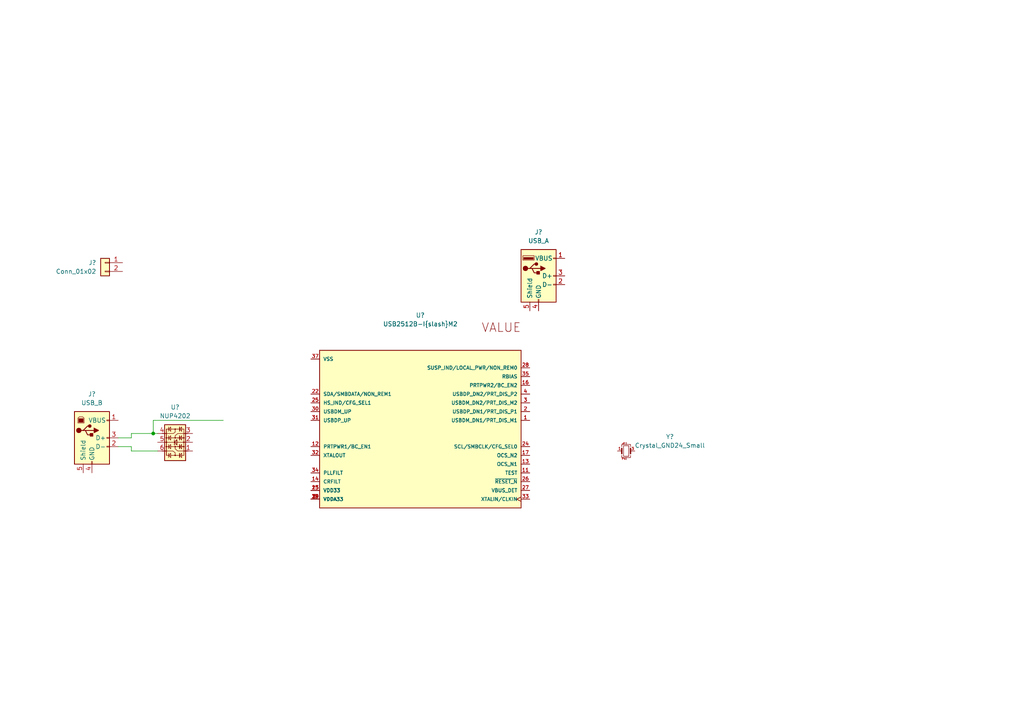
<source format=kicad_sch>
(kicad_sch (version 20211123) (generator eeschema)
  (paper "A4")
  (lib_symbols
    (symbol "Connector:USB_A" (pin_names (offset 1.016))
      (property "Reference" "J" (at -5.08 11.43 0))
      (property "Value" "USB_A" (at -5.08 8.89 0))
      (symbol "USB_A_0_1"
        (rectangle (start -5.08 -7.62) (end 5.08 7.62) (stroke (width 0.254)) (fill (type background)))
        (circle (center -3.81 2.159) (radius 0.635) (stroke (width 0.254)) (fill (type outline)))
        (rectangle (start -1.524 4.826) (end -4.318 5.334) (fill (type outline)))
        (rectangle (start -1.27 4.572) (end -4.572 5.842))
        (circle (center -0.635 3.429) (radius 0.381) (stroke (width 0.254)) (fill (type outline)))
        (rectangle (start -0.127 -7.62) (end 0.127 -6.858))
        (polyline (pts (xy -3.175 2.159) (xy -2.54 2.159) (xy -1.27 3.429) (xy -0.635 3.429)) (stroke (width 0.254)))
        (polyline (pts (xy -2.54 2.159) (xy -1.905 2.159) (xy -1.27 0.889) (xy 0 0.889)) (stroke (width 0.254)))
        (polyline (pts (xy 0.635 2.794) (xy 0.635 1.524) (xy 1.905 2.159) (xy 0.635 2.794)) (stroke (width 0.254)) (fill (type outline)))
        (rectangle (start 0.254 1.27) (end -0.508 0.508) (stroke (width 0.254)) (fill (type outline)))
        (rectangle (start 5.08 -2.667) (end 4.318 -2.413))
        (rectangle (start 5.08 -0.127) (end 4.318 0.127))
        (rectangle (start 5.08 4.953) (end 4.318 5.207))
      )
      (symbol "USB_A_1_1"
        (polyline (pts (xy -1.905 2.159) (xy 0.635 2.159)) (stroke (width 0.254)))
        (pin power_in line (at 7.62 5.08 180) (length 2.54) (name "VBUS") (number "1"))
        (pin bidirectional line (at 7.62 -2.54 180) (length 2.54) (name "D-") (number "2"))
        (pin bidirectional line (at 7.62 0 180) (length 2.54) (name "D+") (number "3"))
        (pin power_in line (at 0 -10.16 90) (length 2.54) (name "GND") (number "4"))
        (pin passive line (at -2.54 -10.16 90) (length 2.54) (name "Shield") (number "5"))
      )
    )
    (symbol "Connector:USB_B" (pin_names (offset 1.016))
      (property "Reference" "J" (at -5.08 11.43 0))
      (property "Value" "USB_B" (at -5.08 8.89 0))
      (symbol "USB_B_0_1"
        (rectangle (start -5.08 -7.62) (end 5.08 7.62) (stroke (width 0.254)) (fill (type background)))
        (circle (center -3.81 2.159) (radius 0.635) (stroke (width 0.254)) (fill (type outline)))
        (rectangle (start -3.81 5.588) (end -2.54 4.572) (fill (type outline)))
        (circle (center -0.635 3.429) (radius 0.381) (stroke (width 0.254)) (fill (type outline)))
        (rectangle (start -0.127 -7.62) (end 0.127 -6.858))
        (polyline (pts (xy -1.905 2.159) (xy 0.635 2.159)) (stroke (width 0.254)))
        (polyline (pts (xy -3.175 2.159) (xy -2.54 2.159) (xy -1.27 3.429) (xy -0.635 3.429)) (stroke (width 0.254)))
        (polyline (pts (xy -2.54 2.159) (xy -1.905 2.159) (xy -1.27 0.889) (xy 0 0.889)) (stroke (width 0.254)))
        (polyline (pts (xy 0.635 2.794) (xy 0.635 1.524) (xy 1.905 2.159) (xy 0.635 2.794)) (stroke (width 0.254)) (fill (type outline)))
        (polyline (pts (xy -4.064 4.318) (xy -2.286 4.318) (xy -2.286 5.715) (xy -2.667 6.096) (xy -3.683 6.096) (xy -4.064 5.715) (xy -4.064 4.318)))
        (rectangle (start 0.254 1.27) (end -0.508 0.508) (stroke (width 0.254)) (fill (type outline)))
        (rectangle (start 5.08 -2.667) (end 4.318 -2.413))
        (rectangle (start 5.08 -0.127) (end 4.318 0.127))
        (rectangle (start 5.08 4.953) (end 4.318 5.207))
      )
      (symbol "USB_B_1_1"
        (pin power_out line (at 7.62 5.08 180) (length 2.54) (name "VBUS") (number "1"))
        (pin bidirectional line (at 7.62 -2.54 180) (length 2.54) (name "D-") (number "2"))
        (pin bidirectional line (at 7.62 0 180) (length 2.54) (name "D+") (number "3"))
        (pin power_out line (at 0 -10.16 90) (length 2.54) (name "GND") (number "4"))
        (pin passive line (at -2.54 -10.16 90) (length 2.54) (name "Shield") (number "5"))
      )
    )
    (symbol "Connector_Generic:Conn_01x02" (pin_names (offset 1.016) hide)
      (property "Reference" "J" (at 0 2.54 0))
      (property "Value" "Conn_01x02" (at 0 -5.08 0))
      (symbol "Conn_01x02_1_1"
        (rectangle (start -1.27 -2.413) (end 0 -2.667) (stroke (width 0.1524)))
        (rectangle (start -1.27 0.127) (end 0 -0.127) (stroke (width 0.1524)))
        (rectangle (start -1.27 1.27) (end 1.27 -3.81) (stroke (width 0.254)) (fill (type background)))
        (pin passive line (at -5.08 0 0) (length 3.81) (name "Pin_1") (number "1"))
        (pin passive line (at -5.08 -2.54 0) (length 3.81) (name "Pin_2") (number "2"))
      )
    )
    (symbol "Device:Crystal_GND24_Small" (pin_names (offset 1.016) hide)
      (property "Reference" "Y" (at 1.27 4.445 0))
      (property "Value" "Crystal_GND24_Small" (at 1.27 2.54 0))
      (symbol "Crystal_GND24_Small_0_1"
        (rectangle (start -0.762 -1.524) (end 0.762 1.524))
        (polyline (pts (xy -1.27 -0.762) (xy -1.27 0.762)) (stroke (width 0.381)))
        (polyline (pts (xy 1.27 -0.762) (xy 1.27 0.762)) (stroke (width 0.381)))
        (polyline (pts (xy -1.27 -1.27) (xy -1.27 -1.905) (xy 1.27 -1.905) (xy 1.27 -1.27)))
        (polyline (pts (xy -1.27 1.27) (xy -1.27 1.905) (xy 1.27 1.905) (xy 1.27 1.27)))
      )
      (symbol "Crystal_GND24_Small_1_1"
        (pin passive line (at -2.54 0 0) (length 1.27) (name "1") (number "1"))
        (pin passive line (at 0 -2.54 90) (length 0.635) (name "2") (number "2"))
        (pin passive line (at 2.54 0 180) (length 1.27) (name "3") (number "3"))
        (pin passive line (at 0 2.54 270) (length 0.635) (name "4") (number "4"))
      )
    )
    (symbol "MyLib:USB2512B-I{brace}brace}slash}M2" (pin_names (offset 1.016))
      (property "Reference" "U" (at -30.5516 20.8769 0))
      (property "Value" "USB2512B-I{brace}brace}slash}M2" (at -15.24 21.59 0))
      (symbol "USB2512B-I{brace}brace}slash}M2_0_0"
        (rectangle (start -30.48 -25.4) (end 27.94 20.32) (stroke (width 0.254)) (fill (type background)))
        (text "VALUE" (at -30.5389 -30.5389 0) (effects (font (size 2.5449 2.5449)) (justify left bottom)))
        (pin bidirectional line (at -33.02 -5.08 0) (length 2.54) (name "USBDM_DN1/PRT_DIS_M1") (number "1"))
        (pin power_in line (at 30.48 17.78 180) (length 2.54) (name "VDDA33") (number "10"))
        (pin input line (at -33.02 10.16 0) (length 2.54) (name "TEST") (number "11"))
        (pin output line (at 30.48 2.54 180) (length 2.54) (name "PRTPWR1/BC_EN1") (number "12"))
        (pin input line (at -33.02 7.62 0) (length 2.54) (name "OCS_N1") (number "13"))
        (pin power_in line (at 30.48 12.7 180) (length 2.54) (name "CRFILT") (number "14"))
        (pin power_in line (at 30.48 15.24 180) (length 2.54) (name "VDD33") (number "15"))
        (pin bidirectional line (at -33.02 -15.24 0) (length 2.54) (name "PRTPWR2/BC_EN2") (number "16"))
        (pin input line (at -33.02 5.08 0) (length 2.54) (name "OCS_N2") (number "17"))
        (pin bidirectional line (at -33.02 -7.62 0) (length 2.54) (name "USBDP_DN1/PRT_DIS_P1") (number "2"))
        (pin bidirectional line (at 30.48 -12.7 180) (length 2.54) (name "SDA/SMBDATA/NON_REM1") (number "22"))
        (pin power_in line (at 30.48 15.24 180) (length 2.54) (name "VDD33") (number "23"))
        (pin input line (at -33.02 2.54 0) (length 2.54) (name "SCL/SMBCLK/CFG_SEL0") (number "24"))
        (pin bidirectional line (at 30.48 -10.16 180) (length 2.54) (name "HS_IND/CFG_SEL1") (number "25"))
        (pin input line (at -33.02 12.7 0) (length 2.54) (name "~{RESET_N}") (number "26"))
        (pin input line (at -33.02 15.24 0) (length 2.54) (name "VBUS_DET") (number "27"))
        (pin bidirectional line (at -33.02 -20.32 0) (length 2.54) (name "SUSP_IND/LOCAL_PWR/NON_REM0") (number "28"))
        (pin power_in line (at 30.48 17.78 180) (length 2.54) (name "VDDA33") (number "29"))
        (pin bidirectional line (at -33.02 -10.16 0) (length 2.54) (name "USBDM_DN2/PRT_DIS_M2") (number "3"))
        (pin bidirectional line (at 30.48 -7.62 180) (length 2.54) (name "USBDM_UP") (number "30"))
        (pin bidirectional line (at 30.48 -5.08 180) (length 2.54) (name "USBDP_UP") (number "31"))
        (pin output line (at 30.48 5.08 180) (length 2.54) (name "XTALOUT") (number "32"))
        (pin input clock (at -33.02 17.78 0) (length 2.54) (name "XTALIN/CLKIN") (number "33"))
        (pin power_in line (at 30.48 10.16 180) (length 2.54) (name "PLLFILT") (number "34"))
        (pin bidirectional line (at -33.02 -17.78 0) (length 2.54) (name "RBIAS") (number "35"))
        (pin power_in line (at 30.48 17.78 180) (length 2.54) (name "VDDA33") (number "36"))
        (pin power_in line (at 30.48 -22.86 180) (length 2.54) (name "VSS") (number "37"))
        (pin bidirectional line (at -33.02 -12.7 0) (length 2.54) (name "USBDP_DN2/PRT_DIS_P2") (number "4"))
        (pin power_in line (at 30.48 17.78 180) (length 2.54) (name "VDDA33") (number "5"))
      )
    )
    (symbol "Power_Protection:NUP4202"
      (property "Reference" "U" (at -6.985 -2.54 0))
      (property "Value" "NUP4202" (at 6.35 1.27 90))
      (symbol "NUP4202_0_1"
        (rectangle (start -5.334 3.048) (end 5.08 -3.048) (stroke (width 0.254)) (fill (type background)))
        (circle (center -3.81 0) (radius 0.127))
        (circle (center -3.81 0) (radius 0.127))
        (circle (center -1.27 -2.54) (radius 0.127))
        (circle (center -1.27 -2.54) (radius 0.127))
        (circle (center -1.27 0) (radius 0.127))
        (circle (center -1.27 0) (radius 0.127))
        (circle (center -1.27 2.54) (radius 0.127))
        (circle (center -1.27 2.54) (radius 0.127))
        (circle (center 0 -2.54) (radius 0.127))
        (circle (center 0 -2.54) (radius 0.127))
        (polyline (pts (xy -4.445 -1.27) (xy -3.175 -1.27)))
        (polyline (pts (xy -4.445 -1.27) (xy -3.175 -1.27)))
        (polyline (pts (xy -4.445 1.905) (xy -3.175 1.905)))
        (polyline (pts (xy -3.81 -2.54) (xy -3.81 -0.635)))
        (polyline (pts (xy -3.81 -2.54) (xy 3.81 -2.54)))
        (polyline (pts (xy -3.81 -0.635) (xy -3.81 0.635)))
        (polyline (pts (xy -3.81 0.635) (xy -3.81 2.54)))
        (polyline (pts (xy -3.81 2.54) (xy 3.81 2.54)))
        (polyline (pts (xy -3.81 2.54) (xy 3.81 2.54)))
        (polyline (pts (xy -1.905 -1.27) (xy -0.635 -1.27)))
        (polyline (pts (xy -1.905 -1.27) (xy -0.635 -1.27)))
        (polyline (pts (xy -1.905 1.905) (xy -0.635 1.905)))
        (polyline (pts (xy -1.27 -2.54) (xy -1.27 -0.635)))
        (polyline (pts (xy -1.27 -2.54) (xy -1.27 -0.635)))
        (polyline (pts (xy -1.27 0.635) (xy -1.27 -0.635)))
        (polyline (pts (xy -1.27 0.635) (xy -1.27 2.54)))
        (polyline (pts (xy 0 -0.889) (xy 0 -3.81)))
        (polyline (pts (xy 0 -0.889) (xy 0 1.016)))
        (polyline (pts (xy 0 -0.889) (xy 0 1.016)))
        (polyline (pts (xy 0 1.016) (xy 0 3.81)))
        (polyline (pts (xy 0.635 -1.27) (xy 1.905 -1.27)))
        (polyline (pts (xy 0.635 -1.27) (xy 1.905 -1.27)))
        (polyline (pts (xy 0.635 1.905) (xy 1.905 1.905)))
        (polyline (pts (xy 1.27 -2.54) (xy 1.27 -0.635)))
        (polyline (pts (xy 1.27 -2.54) (xy 1.27 -0.635)))
        (polyline (pts (xy 1.27 0.635) (xy 1.27 -0.635)))
        (polyline (pts (xy 1.27 0.635) (xy 1.27 2.54)))
        (polyline (pts (xy 3.175 -1.27) (xy 4.445 -1.27)))
        (polyline (pts (xy 3.175 -1.27) (xy 4.445 -1.27)))
        (polyline (pts (xy 3.175 1.905) (xy 4.445 1.905)))
        (polyline (pts (xy 3.81 -2.54) (xy 3.81 -0.635)))
        (polyline (pts (xy 3.81 0.635) (xy 3.81 -0.635)))
        (polyline (pts (xy 3.81 0.635) (xy 3.81 2.54)))
        (polyline (pts (xy 0.762 0.254) (xy -0.762 0.254) (xy -0.762 0)))
        (polyline (pts (xy -4.445 -1.905) (xy -3.175 -1.905) (xy -3.81 -1.27) (xy -4.445 -1.905)))
        (polyline (pts (xy -4.445 1.27) (xy -3.175 1.27) (xy -3.81 1.905) (xy -4.445 1.27)))
        (polyline (pts (xy -2.54 -3.81) (xy -2.54 -0.762) (xy -1.905 0) (xy -1.27 0)))
        (polyline (pts (xy -2.54 3.81) (xy -2.54 0.635) (xy -3.048 0) (xy -3.937 0)))
        (polyline (pts (xy -1.905 -1.905) (xy -0.635 -1.905) (xy -1.27 -1.27) (xy -1.905 -1.905)))
        (polyline (pts (xy -1.905 1.27) (xy -0.635 1.27) (xy -1.27 1.905) (xy -1.905 1.27)))
        (polyline (pts (xy -0.762 -0.508) (xy 0.762 -0.508) (xy 0 0.254) (xy -0.762 -0.508)))
        (polyline (pts (xy -0.762 -0.508) (xy 0.762 -0.508) (xy 0 0.254) (xy -0.762 -0.508)))
        (polyline (pts (xy 0.635 -1.905) (xy 1.905 -1.905) (xy 1.27 -1.27) (xy 0.635 -1.905)))
        (polyline (pts (xy 0.635 1.27) (xy 1.905 1.27) (xy 1.27 1.905) (xy 0.635 1.27)))
        (polyline (pts (xy 2.54 -3.81) (xy 2.54 -0.762) (xy 1.905 0) (xy 1.143 0)))
        (polyline (pts (xy 2.54 3.81) (xy 2.54 0.508) (xy 2.921 0) (xy 3.81 0)))
        (polyline (pts (xy 3.175 -1.905) (xy 4.445 -1.905) (xy 3.81 -1.27) (xy 3.175 -1.905)))
        (polyline (pts (xy 3.175 1.27) (xy 4.445 1.27) (xy 3.81 1.905) (xy 3.175 1.27)))
        (circle (center 0 2.54) (radius 0.127))
        (circle (center 0 2.54) (radius 0.127))
        (circle (center 1.27 -2.54) (radius 0.127))
        (circle (center 1.27 -2.54) (radius 0.127))
        (circle (center 1.27 0) (radius 0.127))
        (circle (center 1.27 0) (radius 0.127))
        (circle (center 1.27 2.54) (radius 0.127))
        (circle (center 1.27 2.54) (radius 0.127))
        (circle (center 3.81 0) (radius 0.127))
        (circle (center 3.81 0) (radius 0.127))
      )
      (symbol "NUP4202_1_1"
        (pin passive line (at -2.54 -5.08 90) (length 2.54) (name "~") (number "1"))
        (pin passive line (at 0 -5.08 90) (length 2.54) (name "~") (number "2"))
        (pin passive line (at 2.54 -5.08 90) (length 2.54) (name "~") (number "3"))
        (pin passive line (at 2.54 5.08 270) (length 2.54) (name "~") (number "4"))
        (pin passive line (at 0 5.08 270) (length 2.54) (name "~") (number "5"))
        (pin passive line (at -2.54 5.08 270) (length 2.54) (name "~") (number "6"))
      )
    )
  )
  (junction (at 44.45 125.73))
  (wire (pts (xy 44.45 125.73) (xy 44.45 121.92)))
  (wire (pts (xy 38.1 125.73) (xy 38.1 127)))
  (wire (pts (xy 38.1 130.81) (xy 45.72 130.81)))
  (wire (pts (xy 44.45 121.92) (xy 64.77 121.92)))
  (wire (pts (xy 44.45 125.73) (xy 38.1 125.73)))
  (wire (pts (xy 45.72 125.73) (xy 44.45 125.73)))
  (wire (pts (xy 34.29 129.54) (xy 38.1 129.54)))
  (wire (pts (xy 38.1 129.54) (xy 38.1 130.81)))
  (wire (pts (xy 38.1 127) (xy 34.29 127)))
  (symbol (lib_id "MyLib:USB2512B-I{brace}brace}slash}M2") (at 120.65 127 180) (unit 1)
    (property "Reference" "U?" (at 121.92 91.44 0))
    (property "Value" "USB2512B-I{brace}slash}M2" (at 121.92 93.98 0))
    (property "Footprint" "MyLib:QFN50P600X600X100-37N" (effects hide))
    (property "MANUFACTURER" "MICROCHIP" (effects hide))
  )
  (symbol (lib_id "Connector:USB_A") (at 156.21 80.01 0) (unit 1)
    (property "Reference" "J?" (at 156.21 67.31 0))
    (property "Value" "USB_A" (at 156.21 69.85 0))
    (property "Datasheet" " ~" (effects hide))
  )
  (symbol (lib_id "Connector:USB_B") (at 26.67 127 0) (unit 1)
    (property "Reference" "J?" (at 26.67 114.3 0))
    (property "Value" "USB_B" (at 26.67 116.84 0))
    (property "Datasheet" " ~" (effects hide))
  )
  (symbol (lib_id "Connector_Generic:Conn_01x02") (at 30.48 76.2 0) (mirror y) (unit 1)
    (property "Reference" "J?" (at 27.94 76.1999 0) (effects (justify left)))
    (property "Value" "Conn_01x02" (at 27.94 78.7399 0) (effects (justify left)))
  )
  (symbol (lib_id "Power_Protection:NUP4202") (at 50.8 128.27 90) (unit 1)
    (property "Reference" "U?" (at 50.8 118.11 90))
    (property "Value" "NUP4202" (at 50.8 120.65 90))
    (property "Footprint" "Package_TO_SOT_SMD:SOT-363_SC-70-6" (effects hide))
    (property "Datasheet" "http://www.onsemi.com/pub_link/Collateral/NUP4202W1-D.PDF" (effects hide))
  )
  (symbol (lib_id "Device:Crystal_GND24_Small") (at 181.61 130.81 0) (unit 1)
    (property "Reference" "Y?" (at 194.31 126.6698 0))
    (property "Value" "Crystal_GND24_Small" (at 194.31 129.2098 0))
  )
)
</source>
